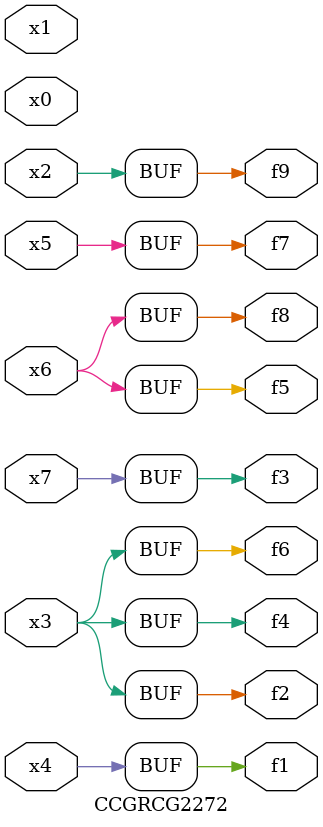
<source format=v>
module CCGRCG2272(
	input x0, x1, x2, x3, x4, x5, x6, x7,
	output f1, f2, f3, f4, f5, f6, f7, f8, f9
);
	assign f1 = x4;
	assign f2 = x3;
	assign f3 = x7;
	assign f4 = x3;
	assign f5 = x6;
	assign f6 = x3;
	assign f7 = x5;
	assign f8 = x6;
	assign f9 = x2;
endmodule

</source>
